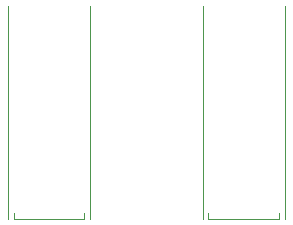
<source format=gbr>
G04 #@! TF.GenerationSoftware,KiCad,Pcbnew,(5.1.9)-1*
G04 #@! TF.CreationDate,2021-12-18T15:16:19+01:00*
G04 #@! TF.ProjectId,Omamori,4f6d616d-6f72-4692-9e6b-696361645f70,rev?*
G04 #@! TF.SameCoordinates,Original*
G04 #@! TF.FileFunction,Legend,Top*
G04 #@! TF.FilePolarity,Positive*
%FSLAX46Y46*%
G04 Gerber Fmt 4.6, Leading zero omitted, Abs format (unit mm)*
G04 Created by KiCad (PCBNEW (5.1.9)-1) date 2021-12-18 15:16:19*
%MOMM*%
%LPD*%
G01*
G04 APERTURE LIST*
%ADD10C,0.120000*%
G04 APERTURE END LIST*
D10*
X20250000Y-21000000D02*
X20250000Y-39000000D01*
X13250000Y-21000000D02*
X13250000Y-39000000D01*
X19750000Y-39000000D02*
X13750000Y-39000000D01*
X13750000Y-39000000D02*
X13750000Y-38500000D01*
X19750000Y-39000000D02*
X19750000Y-38500000D01*
X36750000Y-21000000D02*
X36750000Y-39000000D01*
X29750000Y-21000000D02*
X29750000Y-39000000D01*
X36250000Y-39000000D02*
X30250000Y-39000000D01*
X30250000Y-39000000D02*
X30250000Y-38500000D01*
X36250000Y-39000000D02*
X36250000Y-38500000D01*
M02*

</source>
